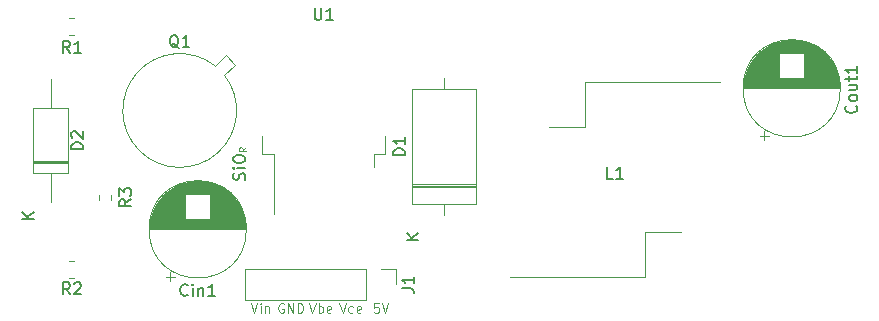
<source format=gbr>
%TF.GenerationSoftware,KiCad,Pcbnew,6.0.2+dfsg-1*%
%TF.CreationDate,2025-02-13T14:12:05+01:00*%
%TF.ProjectId,LM259610,4c4d3235-3936-4313-902e-6b696361645f,rev?*%
%TF.SameCoordinates,Original*%
%TF.FileFunction,Legend,Top*%
%TF.FilePolarity,Positive*%
%FSLAX46Y46*%
G04 Gerber Fmt 4.6, Leading zero omitted, Abs format (unit mm)*
G04 Created by KiCad (PCBNEW 6.0.2+dfsg-1) date 2025-02-13 14:12:05*
%MOMM*%
%LPD*%
G01*
G04 APERTURE LIST*
%ADD10C,0.100000*%
%ADD11C,0.150000*%
%ADD12C,0.120000*%
G04 APERTURE END LIST*
D10*
X149369428Y-116654285D02*
X149083714Y-116854285D01*
X149369428Y-116997142D02*
X148769428Y-116997142D01*
X148769428Y-116768571D01*
X148798000Y-116711428D01*
X148826571Y-116682857D01*
X148883714Y-116654285D01*
X148969428Y-116654285D01*
X149026571Y-116682857D01*
X149055142Y-116711428D01*
X149083714Y-116768571D01*
X149083714Y-116997142D01*
X160629619Y-129863904D02*
X160248666Y-129863904D01*
X160210571Y-130244857D01*
X160248666Y-130206761D01*
X160324857Y-130168666D01*
X160515333Y-130168666D01*
X160591523Y-130206761D01*
X160629619Y-130244857D01*
X160667714Y-130321047D01*
X160667714Y-130511523D01*
X160629619Y-130587714D01*
X160591523Y-130625809D01*
X160515333Y-130663904D01*
X160324857Y-130663904D01*
X160248666Y-130625809D01*
X160210571Y-130587714D01*
X160896285Y-129863904D02*
X161162952Y-130663904D01*
X161429619Y-129863904D01*
X157289619Y-129863904D02*
X157556285Y-130663904D01*
X157822952Y-129863904D01*
X158432476Y-130625809D02*
X158356285Y-130663904D01*
X158203904Y-130663904D01*
X158127714Y-130625809D01*
X158089619Y-130587714D01*
X158051523Y-130511523D01*
X158051523Y-130282952D01*
X158089619Y-130206761D01*
X158127714Y-130168666D01*
X158203904Y-130130571D01*
X158356285Y-130130571D01*
X158432476Y-130168666D01*
X159080095Y-130625809D02*
X159003904Y-130663904D01*
X158851523Y-130663904D01*
X158775333Y-130625809D01*
X158737238Y-130549619D01*
X158737238Y-130244857D01*
X158775333Y-130168666D01*
X158851523Y-130130571D01*
X159003904Y-130130571D01*
X159080095Y-130168666D01*
X159118190Y-130244857D01*
X159118190Y-130321047D01*
X158737238Y-130397238D01*
D11*
X149248761Y-119411619D02*
X149296380Y-119268761D01*
X149296380Y-119030666D01*
X149248761Y-118935428D01*
X149201142Y-118887809D01*
X149105904Y-118840190D01*
X149010666Y-118840190D01*
X148915428Y-118887809D01*
X148867809Y-118935428D01*
X148820190Y-119030666D01*
X148772571Y-119221142D01*
X148724952Y-119316380D01*
X148677333Y-119364000D01*
X148582095Y-119411619D01*
X148486857Y-119411619D01*
X148391619Y-119364000D01*
X148344000Y-119316380D01*
X148296380Y-119221142D01*
X148296380Y-118983047D01*
X148344000Y-118840190D01*
X149296380Y-118411619D02*
X148629714Y-118411619D01*
X148296380Y-118411619D02*
X148344000Y-118459238D01*
X148391619Y-118411619D01*
X148344000Y-118364000D01*
X148296380Y-118411619D01*
X148391619Y-118411619D01*
X148296380Y-117744952D02*
X148296380Y-117554476D01*
X148344000Y-117459238D01*
X148439238Y-117364000D01*
X148629714Y-117316380D01*
X148963047Y-117316380D01*
X149153523Y-117364000D01*
X149248761Y-117459238D01*
X149296380Y-117554476D01*
X149296380Y-117744952D01*
X149248761Y-117840190D01*
X149153523Y-117935428D01*
X148963047Y-117983047D01*
X148629714Y-117983047D01*
X148439238Y-117935428D01*
X148344000Y-117840190D01*
X148296380Y-117744952D01*
D10*
X149802952Y-129863904D02*
X150069619Y-130663904D01*
X150336285Y-129863904D01*
X150602952Y-130663904D02*
X150602952Y-130130571D01*
X150602952Y-129863904D02*
X150564857Y-129902000D01*
X150602952Y-129940095D01*
X150641047Y-129902000D01*
X150602952Y-129863904D01*
X150602952Y-129940095D01*
X150983904Y-130130571D02*
X150983904Y-130663904D01*
X150983904Y-130206761D02*
X151022000Y-130168666D01*
X151098190Y-130130571D01*
X151212476Y-130130571D01*
X151288666Y-130168666D01*
X151326761Y-130244857D01*
X151326761Y-130663904D01*
X154730571Y-129863904D02*
X154997238Y-130663904D01*
X155263904Y-129863904D01*
X155530571Y-130663904D02*
X155530571Y-129863904D01*
X155530571Y-130168666D02*
X155606761Y-130130571D01*
X155759142Y-130130571D01*
X155835333Y-130168666D01*
X155873428Y-130206761D01*
X155911523Y-130282952D01*
X155911523Y-130511523D01*
X155873428Y-130587714D01*
X155835333Y-130625809D01*
X155759142Y-130663904D01*
X155606761Y-130663904D01*
X155530571Y-130625809D01*
X156559142Y-130625809D02*
X156482952Y-130663904D01*
X156330571Y-130663904D01*
X156254380Y-130625809D01*
X156216285Y-130549619D01*
X156216285Y-130244857D01*
X156254380Y-130168666D01*
X156330571Y-130130571D01*
X156482952Y-130130571D01*
X156559142Y-130168666D01*
X156597238Y-130244857D01*
X156597238Y-130321047D01*
X156216285Y-130397238D01*
X152552476Y-129902000D02*
X152476285Y-129863904D01*
X152362000Y-129863904D01*
X152247714Y-129902000D01*
X152171523Y-129978190D01*
X152133428Y-130054380D01*
X152095333Y-130206761D01*
X152095333Y-130321047D01*
X152133428Y-130473428D01*
X152171523Y-130549619D01*
X152247714Y-130625809D01*
X152362000Y-130663904D01*
X152438190Y-130663904D01*
X152552476Y-130625809D01*
X152590571Y-130587714D01*
X152590571Y-130321047D01*
X152438190Y-130321047D01*
X152933428Y-130663904D02*
X152933428Y-129863904D01*
X153390571Y-130663904D01*
X153390571Y-129863904D01*
X153771523Y-130663904D02*
X153771523Y-129863904D01*
X153962000Y-129863904D01*
X154076285Y-129902000D01*
X154152476Y-129978190D01*
X154190571Y-130054380D01*
X154228666Y-130206761D01*
X154228666Y-130321047D01*
X154190571Y-130473428D01*
X154152476Y-130549619D01*
X154076285Y-130625809D01*
X153962000Y-130663904D01*
X153771523Y-130663904D01*
D11*
%TO.C,Q1*%
X143668761Y-108243619D02*
X143573523Y-108196000D01*
X143478285Y-108100761D01*
X143335428Y-107957904D01*
X143240190Y-107910285D01*
X143144952Y-107910285D01*
X143192571Y-108148380D02*
X143097333Y-108100761D01*
X143002095Y-108005523D01*
X142954476Y-107815047D01*
X142954476Y-107481714D01*
X143002095Y-107291238D01*
X143097333Y-107196000D01*
X143192571Y-107148380D01*
X143383047Y-107148380D01*
X143478285Y-107196000D01*
X143573523Y-107291238D01*
X143621142Y-107481714D01*
X143621142Y-107815047D01*
X143573523Y-108005523D01*
X143478285Y-108100761D01*
X143383047Y-108148380D01*
X143192571Y-108148380D01*
X144573523Y-108148380D02*
X144002095Y-108148380D01*
X144287809Y-108148380D02*
X144287809Y-107148380D01*
X144192571Y-107291238D01*
X144097333Y-107386476D01*
X144002095Y-107434095D01*
%TO.C,Cin1*%
X144430857Y-129135142D02*
X144383238Y-129182761D01*
X144240380Y-129230380D01*
X144145142Y-129230380D01*
X144002285Y-129182761D01*
X143907047Y-129087523D01*
X143859428Y-128992285D01*
X143811809Y-128801809D01*
X143811809Y-128658952D01*
X143859428Y-128468476D01*
X143907047Y-128373238D01*
X144002285Y-128278000D01*
X144145142Y-128230380D01*
X144240380Y-128230380D01*
X144383238Y-128278000D01*
X144430857Y-128325619D01*
X144859428Y-129230380D02*
X144859428Y-128563714D01*
X144859428Y-128230380D02*
X144811809Y-128278000D01*
X144859428Y-128325619D01*
X144907047Y-128278000D01*
X144859428Y-128230380D01*
X144859428Y-128325619D01*
X145335619Y-128563714D02*
X145335619Y-129230380D01*
X145335619Y-128658952D02*
X145383238Y-128611333D01*
X145478476Y-128563714D01*
X145621333Y-128563714D01*
X145716571Y-128611333D01*
X145764190Y-128706571D01*
X145764190Y-129230380D01*
X146764190Y-129230380D02*
X146192761Y-129230380D01*
X146478476Y-129230380D02*
X146478476Y-128230380D01*
X146383238Y-128373238D01*
X146288000Y-128468476D01*
X146192761Y-128516095D01*
%TO.C,Cout1*%
X201017142Y-113117142D02*
X201064761Y-113164761D01*
X201112380Y-113307619D01*
X201112380Y-113402857D01*
X201064761Y-113545714D01*
X200969523Y-113640952D01*
X200874285Y-113688571D01*
X200683809Y-113736190D01*
X200540952Y-113736190D01*
X200350476Y-113688571D01*
X200255238Y-113640952D01*
X200160000Y-113545714D01*
X200112380Y-113402857D01*
X200112380Y-113307619D01*
X200160000Y-113164761D01*
X200207619Y-113117142D01*
X201112380Y-112545714D02*
X201064761Y-112640952D01*
X201017142Y-112688571D01*
X200921904Y-112736190D01*
X200636190Y-112736190D01*
X200540952Y-112688571D01*
X200493333Y-112640952D01*
X200445714Y-112545714D01*
X200445714Y-112402857D01*
X200493333Y-112307619D01*
X200540952Y-112260000D01*
X200636190Y-112212380D01*
X200921904Y-112212380D01*
X201017142Y-112260000D01*
X201064761Y-112307619D01*
X201112380Y-112402857D01*
X201112380Y-112545714D01*
X200445714Y-111355238D02*
X201112380Y-111355238D01*
X200445714Y-111783809D02*
X200969523Y-111783809D01*
X201064761Y-111736190D01*
X201112380Y-111640952D01*
X201112380Y-111498095D01*
X201064761Y-111402857D01*
X201017142Y-111355238D01*
X200445714Y-111021904D02*
X200445714Y-110640952D01*
X200112380Y-110879047D02*
X200969523Y-110879047D01*
X201064761Y-110831428D01*
X201112380Y-110736190D01*
X201112380Y-110640952D01*
X201112380Y-109783809D02*
X201112380Y-110355238D01*
X201112380Y-110069523D02*
X200112380Y-110069523D01*
X200255238Y-110164761D01*
X200350476Y-110260000D01*
X200398095Y-110355238D01*
%TO.C,R1*%
X134453333Y-108656380D02*
X134120000Y-108180190D01*
X133881904Y-108656380D02*
X133881904Y-107656380D01*
X134262857Y-107656380D01*
X134358095Y-107704000D01*
X134405714Y-107751619D01*
X134453333Y-107846857D01*
X134453333Y-107989714D01*
X134405714Y-108084952D01*
X134358095Y-108132571D01*
X134262857Y-108180190D01*
X133881904Y-108180190D01*
X135405714Y-108656380D02*
X134834285Y-108656380D01*
X135120000Y-108656380D02*
X135120000Y-107656380D01*
X135024761Y-107799238D01*
X134929523Y-107894476D01*
X134834285Y-107942095D01*
%TO.C,D1*%
X162848380Y-117324095D02*
X161848380Y-117324095D01*
X161848380Y-117086000D01*
X161896000Y-116943142D01*
X161991238Y-116847904D01*
X162086476Y-116800285D01*
X162276952Y-116752666D01*
X162419809Y-116752666D01*
X162610285Y-116800285D01*
X162705523Y-116847904D01*
X162800761Y-116943142D01*
X162848380Y-117086000D01*
X162848380Y-117324095D01*
X162848380Y-115800285D02*
X162848380Y-116371714D01*
X162848380Y-116086000D02*
X161848380Y-116086000D01*
X161991238Y-116181238D01*
X162086476Y-116276476D01*
X162134095Y-116371714D01*
X163968380Y-124467904D02*
X162968380Y-124467904D01*
X163968380Y-123896476D02*
X163396952Y-124325047D01*
X162968380Y-123896476D02*
X163539809Y-124467904D01*
%TO.C,D2*%
X135580380Y-116816095D02*
X134580380Y-116816095D01*
X134580380Y-116578000D01*
X134628000Y-116435142D01*
X134723238Y-116339904D01*
X134818476Y-116292285D01*
X135008952Y-116244666D01*
X135151809Y-116244666D01*
X135342285Y-116292285D01*
X135437523Y-116339904D01*
X135532761Y-116435142D01*
X135580380Y-116578000D01*
X135580380Y-116816095D01*
X134675619Y-115863714D02*
X134628000Y-115816095D01*
X134580380Y-115720857D01*
X134580380Y-115482761D01*
X134628000Y-115387523D01*
X134675619Y-115339904D01*
X134770857Y-115292285D01*
X134866095Y-115292285D01*
X135008952Y-115339904D01*
X135580380Y-115911333D01*
X135580380Y-115292285D01*
X131394380Y-122689904D02*
X130394380Y-122689904D01*
X131394380Y-122118476D02*
X130822952Y-122547047D01*
X130394380Y-122118476D02*
X130965809Y-122689904D01*
%TO.C,L1*%
X180427333Y-119332380D02*
X179951142Y-119332380D01*
X179951142Y-118332380D01*
X181284476Y-119332380D02*
X180713047Y-119332380D01*
X180998761Y-119332380D02*
X180998761Y-118332380D01*
X180903523Y-118475238D01*
X180808285Y-118570476D01*
X180713047Y-118618095D01*
%TO.C,R2*%
X134453333Y-129102380D02*
X134120000Y-128626190D01*
X133881904Y-129102380D02*
X133881904Y-128102380D01*
X134262857Y-128102380D01*
X134358095Y-128150000D01*
X134405714Y-128197619D01*
X134453333Y-128292857D01*
X134453333Y-128435714D01*
X134405714Y-128530952D01*
X134358095Y-128578571D01*
X134262857Y-128626190D01*
X133881904Y-128626190D01*
X134834285Y-128197619D02*
X134881904Y-128150000D01*
X134977142Y-128102380D01*
X135215238Y-128102380D01*
X135310476Y-128150000D01*
X135358095Y-128197619D01*
X135405714Y-128292857D01*
X135405714Y-128388095D01*
X135358095Y-128530952D01*
X134786666Y-129102380D01*
X135405714Y-129102380D01*
%TO.C,J1*%
X162559380Y-128603333D02*
X163273666Y-128603333D01*
X163416523Y-128650952D01*
X163511761Y-128746190D01*
X163559380Y-128889047D01*
X163559380Y-128984285D01*
X163559380Y-127603333D02*
X163559380Y-128174761D01*
X163559380Y-127889047D02*
X162559380Y-127889047D01*
X162702238Y-127984285D01*
X162797476Y-128079523D01*
X162845095Y-128174761D01*
%TO.C,U1*%
X155175095Y-104871380D02*
X155175095Y-105680904D01*
X155222714Y-105776142D01*
X155270333Y-105823761D01*
X155365571Y-105871380D01*
X155556047Y-105871380D01*
X155651285Y-105823761D01*
X155698904Y-105776142D01*
X155746523Y-105680904D01*
X155746523Y-104871380D01*
X156746523Y-105871380D02*
X156175095Y-105871380D01*
X156460809Y-105871380D02*
X156460809Y-104871380D01*
X156365571Y-105014238D01*
X156270333Y-105109476D01*
X156175095Y-105157095D01*
%TO.C,R3*%
X139644380Y-121070666D02*
X139168190Y-121404000D01*
X139644380Y-121642095D02*
X138644380Y-121642095D01*
X138644380Y-121261142D01*
X138692000Y-121165904D01*
X138739619Y-121118285D01*
X138834857Y-121070666D01*
X138977714Y-121070666D01*
X139072952Y-121118285D01*
X139120571Y-121165904D01*
X139168190Y-121261142D01*
X139168190Y-121642095D01*
X138644380Y-120737333D02*
X138644380Y-120118285D01*
X139025333Y-120451619D01*
X139025333Y-120308761D01*
X139072952Y-120213523D01*
X139120571Y-120165904D01*
X139215809Y-120118285D01*
X139453904Y-120118285D01*
X139549142Y-120165904D01*
X139596761Y-120213523D01*
X139644380Y-120308761D01*
X139644380Y-120594476D01*
X139596761Y-120689714D01*
X139549142Y-120737333D01*
D12*
%TO.C,Q1*%
X148429856Y-109649961D02*
X147652039Y-108872144D01*
X147652039Y-108872144D02*
X146761084Y-109763098D01*
X147538902Y-110540916D02*
X148429856Y-109649961D01*
X146761371Y-109763326D02*
G75*
G03*
X147538902Y-110540916I-2997371J-3774674D01*
G01*
%TO.C,Cin1*%
X144520000Y-119559651D02*
X146056000Y-119559651D01*
X141258000Y-122960651D02*
X149318000Y-122960651D01*
X141498000Y-122079651D02*
X144248000Y-122079651D01*
X143122000Y-120119651D02*
X147454000Y-120119651D01*
X141278000Y-122839651D02*
X149298000Y-122839651D01*
X142573000Y-127610349D02*
X143373000Y-127610349D01*
X141217000Y-123320651D02*
X149359000Y-123320651D01*
X146328000Y-122439651D02*
X149202000Y-122439651D01*
X146328000Y-121479651D02*
X148781000Y-121479651D01*
X143398000Y-119959651D02*
X147178000Y-119959651D01*
X141438000Y-122239651D02*
X144248000Y-122239651D01*
X141950000Y-121239651D02*
X144248000Y-121239651D01*
X141212000Y-123400651D02*
X149364000Y-123400651D01*
X146328000Y-120999651D02*
X148444000Y-120999651D01*
X141240000Y-123080651D02*
X149336000Y-123080651D01*
X146328000Y-120679651D02*
X148155000Y-120679651D01*
X146328000Y-121959651D02*
X149028000Y-121959651D01*
X142008000Y-121159651D02*
X144248000Y-121159651D01*
X146328000Y-120839651D02*
X148307000Y-120839651D01*
X146328000Y-121239651D02*
X148626000Y-121239651D01*
X142421000Y-120679651D02*
X144248000Y-120679651D01*
X142888000Y-120279651D02*
X147688000Y-120279651D01*
X141303000Y-122719651D02*
X144248000Y-122719651D01*
X141467000Y-122159651D02*
X144248000Y-122159651D01*
X141331000Y-122599651D02*
X144248000Y-122599651D01*
X141870000Y-121359651D02*
X144248000Y-121359651D01*
X141264000Y-122920651D02*
X149312000Y-122920651D01*
X146328000Y-121439651D02*
X148757000Y-121439651D01*
X146328000Y-120879651D02*
X148343000Y-120879651D01*
X146328000Y-120959651D02*
X148412000Y-120959651D01*
X146328000Y-122559651D02*
X149235000Y-122559651D01*
X141209000Y-123480651D02*
X149367000Y-123480651D01*
X146328000Y-120759651D02*
X148233000Y-120759651D01*
X141453000Y-122199651D02*
X144248000Y-122199651D01*
X143835000Y-119759651D02*
X146741000Y-119759651D01*
X146328000Y-121039651D02*
X148477000Y-121039651D01*
X146328000Y-120799651D02*
X148271000Y-120799651D01*
X146328000Y-121759651D02*
X148935000Y-121759651D01*
X146328000Y-122239651D02*
X149138000Y-122239651D01*
X141374000Y-122439651D02*
X144248000Y-122439651D01*
X141399000Y-122359651D02*
X144248000Y-122359651D01*
X143557000Y-119879651D02*
X147019000Y-119879651D01*
X141896000Y-121319651D02*
X144248000Y-121319651D01*
X146328000Y-122319651D02*
X149165000Y-122319651D01*
X143643000Y-119839651D02*
X146933000Y-119839651D01*
X142305000Y-120799651D02*
X144248000Y-120799651D01*
X141363000Y-122479651D02*
X144248000Y-122479651D01*
X146328000Y-122119651D02*
X149093000Y-122119651D01*
X144059000Y-119679651D02*
X146517000Y-119679651D01*
X141211000Y-123440651D02*
X149365000Y-123440651D01*
X146328000Y-122519651D02*
X149224000Y-122519651D01*
X142591000Y-120519651D02*
X147985000Y-120519651D01*
X146328000Y-121199651D02*
X148597000Y-121199651D01*
X141208000Y-123600651D02*
X149368000Y-123600651D01*
X146328000Y-122199651D02*
X149123000Y-122199651D01*
X142164000Y-120959651D02*
X144248000Y-120959651D01*
X141286000Y-122799651D02*
X149290000Y-122799651D01*
X146328000Y-121319651D02*
X148680000Y-121319651D01*
X141231000Y-123160651D02*
X149345000Y-123160651D01*
X142038000Y-121119651D02*
X144248000Y-121119651D01*
X146328000Y-121879651D02*
X148992000Y-121879651D01*
X142547000Y-120559651D02*
X148029000Y-120559651D01*
X141271000Y-122879651D02*
X149305000Y-122879651D01*
X144340000Y-119599651D02*
X146236000Y-119599651D01*
X146328000Y-122159651D02*
X149109000Y-122159651D01*
X142637000Y-120479651D02*
X147939000Y-120479651D01*
X146328000Y-121599651D02*
X148850000Y-121599651D01*
X141584000Y-121879651D02*
X144248000Y-121879651D01*
X141548000Y-121959651D02*
X144248000Y-121959651D01*
X141341000Y-122559651D02*
X144248000Y-122559651D01*
X146328000Y-121839651D02*
X148974000Y-121839651D01*
X141602000Y-121839651D02*
X144248000Y-121839651D01*
X146328000Y-121399651D02*
X148732000Y-121399651D01*
X146328000Y-121639651D02*
X148872000Y-121639651D01*
X141227000Y-123200651D02*
X149349000Y-123200651D01*
X143324000Y-119999651D02*
X147252000Y-119999651D01*
X142732000Y-120399651D02*
X147844000Y-120399651D01*
X141771000Y-121519651D02*
X144248000Y-121519651D01*
X146328000Y-122079651D02*
X149078000Y-122079651D01*
X146328000Y-121359651D02*
X148706000Y-121359651D01*
X141411000Y-122319651D02*
X144248000Y-122319651D01*
X141748000Y-121559651D02*
X144248000Y-121559651D01*
X142269000Y-120839651D02*
X144248000Y-120839651D01*
X141214000Y-123360651D02*
X149362000Y-123360651D01*
X141236000Y-123120651D02*
X149340000Y-123120651D01*
X141321000Y-122639651D02*
X144248000Y-122639651D01*
X142233000Y-120879651D02*
X144248000Y-120879651D01*
X141979000Y-121199651D02*
X144248000Y-121199651D01*
X142834000Y-120319651D02*
X147742000Y-120319651D01*
X146328000Y-122359651D02*
X149177000Y-122359651D01*
X142198000Y-120919651D02*
X144248000Y-120919651D01*
X146328000Y-122599651D02*
X149245000Y-122599651D01*
X141726000Y-121599651D02*
X144248000Y-121599651D01*
X146328000Y-122679651D02*
X149264000Y-122679651D01*
X146328000Y-120719651D02*
X148195000Y-120719651D01*
X141566000Y-121919651D02*
X144248000Y-121919651D01*
X142068000Y-121079651D02*
X144248000Y-121079651D01*
X146328000Y-122399651D02*
X149190000Y-122399651D01*
X143254000Y-120039651D02*
X147322000Y-120039651D01*
X143475000Y-119919651D02*
X147101000Y-119919651D01*
X143736000Y-119799651D02*
X146840000Y-119799651D01*
X141246000Y-123040651D02*
X149330000Y-123040651D01*
X141208000Y-123560651D02*
X149368000Y-123560651D01*
X143001000Y-120199651D02*
X147575000Y-120199651D01*
X141312000Y-122679651D02*
X144248000Y-122679651D01*
X141220000Y-123280651D02*
X149356000Y-123280651D01*
X141622000Y-121799651D02*
X144248000Y-121799651D01*
X146328000Y-122039651D02*
X149062000Y-122039651D01*
X146328000Y-121799651D02*
X148954000Y-121799651D01*
X141531000Y-121999651D02*
X144248000Y-121999651D01*
X141386000Y-122399651D02*
X144248000Y-122399651D01*
X146328000Y-121679651D02*
X148894000Y-121679651D01*
X142343000Y-120759651D02*
X144248000Y-120759651D01*
X142381000Y-120719651D02*
X144248000Y-120719651D01*
X141819000Y-121439651D02*
X144248000Y-121439651D01*
X141223000Y-123240651D02*
X149353000Y-123240651D01*
X141251000Y-123000651D02*
X149325000Y-123000651D01*
X142783000Y-120359651D02*
X147793000Y-120359651D01*
X146328000Y-121159651D02*
X148568000Y-121159651D01*
X141661000Y-121719651D02*
X144248000Y-121719651D01*
X143942000Y-119719651D02*
X146634000Y-119719651D01*
X141641000Y-121759651D02*
X144248000Y-121759651D01*
X146328000Y-122279651D02*
X149151000Y-122279651D01*
X141923000Y-121279651D02*
X144248000Y-121279651D01*
X141352000Y-122519651D02*
X144248000Y-122519651D01*
X142504000Y-120599651D02*
X148072000Y-120599651D01*
X141294000Y-122759651D02*
X149282000Y-122759651D01*
X142132000Y-120999651D02*
X144248000Y-120999651D01*
X146328000Y-122639651D02*
X149255000Y-122639651D01*
X146328000Y-121119651D02*
X148538000Y-121119651D01*
X142973000Y-128010349D02*
X142973000Y-127210349D01*
X144190000Y-119639651D02*
X146386000Y-119639651D01*
X144755000Y-119519651D02*
X145821000Y-119519651D01*
X146328000Y-121519651D02*
X148805000Y-121519651D01*
X146328000Y-121279651D02*
X148653000Y-121279651D01*
X146328000Y-120919651D02*
X148378000Y-120919651D01*
X141682000Y-121679651D02*
X144248000Y-121679651D01*
X146328000Y-121999651D02*
X149045000Y-121999651D01*
X146328000Y-122719651D02*
X149273000Y-122719651D01*
X141704000Y-121639651D02*
X144248000Y-121639651D01*
X141795000Y-121479651D02*
X144248000Y-121479651D01*
X143186000Y-120079651D02*
X147390000Y-120079651D01*
X141483000Y-122119651D02*
X144248000Y-122119651D01*
X141514000Y-122039651D02*
X144248000Y-122039651D01*
X146328000Y-121079651D02*
X148508000Y-121079651D01*
X141844000Y-121399651D02*
X144248000Y-121399651D01*
X141208000Y-123520651D02*
X149368000Y-123520651D01*
X146328000Y-121559651D02*
X148828000Y-121559651D01*
X142462000Y-120639651D02*
X148114000Y-120639651D01*
X146328000Y-122479651D02*
X149213000Y-122479651D01*
X143060000Y-120159651D02*
X147516000Y-120159651D01*
X146328000Y-121719651D02*
X148915000Y-121719651D01*
X142099000Y-121039651D02*
X144248000Y-121039651D01*
X142943000Y-120239651D02*
X147633000Y-120239651D01*
X142684000Y-120439651D02*
X147892000Y-120439651D01*
X146328000Y-121919651D02*
X149010000Y-121919651D01*
X141425000Y-122279651D02*
X144248000Y-122279651D01*
X149408000Y-123600651D02*
G75*
G03*
X149408000Y-123600651I-4120000J0D01*
G01*
%TO.C,Cout1*%
X196620000Y-109421651D02*
X198998000Y-109421651D01*
X193767000Y-107981651D02*
X197393000Y-107981651D01*
X196620000Y-109821651D02*
X199227000Y-109821651D01*
X196620000Y-110061651D02*
X199337000Y-110061651D01*
X191823000Y-110061651D02*
X194540000Y-110061651D01*
X192865000Y-115672349D02*
X193665000Y-115672349D01*
X191500000Y-111622651D02*
X199660000Y-111622651D01*
X191806000Y-110101651D02*
X194540000Y-110101651D01*
X192796000Y-108661651D02*
X198364000Y-108661651D01*
X191678000Y-110461651D02*
X194540000Y-110461651D01*
X192456000Y-109021651D02*
X194540000Y-109021651D01*
X196620000Y-110141651D02*
X199370000Y-110141651D01*
X191550000Y-111022651D02*
X199610000Y-111022651D01*
X196620000Y-109181651D02*
X198830000Y-109181651D01*
X191556000Y-110982651D02*
X199604000Y-110982651D01*
X196620000Y-108741651D02*
X198447000Y-108741651D01*
X194351000Y-107741651D02*
X196809000Y-107741651D01*
X193024000Y-108461651D02*
X198136000Y-108461651D01*
X191506000Y-111422651D02*
X199654000Y-111422651D01*
X193352000Y-108221651D02*
X197808000Y-108221651D01*
X196620000Y-109461651D02*
X199024000Y-109461651D01*
X192330000Y-109181651D02*
X194540000Y-109181651D01*
X192839000Y-108621651D02*
X198321000Y-108621651D01*
X192018000Y-109661651D02*
X194540000Y-109661651D01*
X191519000Y-111262651D02*
X199641000Y-111262651D01*
X193690000Y-108021651D02*
X197470000Y-108021651D01*
X196620000Y-109381651D02*
X198972000Y-109381651D01*
X191604000Y-110741651D02*
X194540000Y-110741651D01*
X192215000Y-109341651D02*
X194540000Y-109341651D01*
X193546000Y-108101651D02*
X197614000Y-108101651D01*
X192188000Y-109381651D02*
X194540000Y-109381651D01*
X192424000Y-109061651D02*
X194540000Y-109061651D01*
X191914000Y-109861651D02*
X194540000Y-109861651D01*
X191666000Y-110501651D02*
X194540000Y-110501651D01*
X196620000Y-110661651D02*
X199537000Y-110661651D01*
X196620000Y-109541651D02*
X199073000Y-109541651D01*
X194482000Y-107701651D02*
X196678000Y-107701651D01*
X196620000Y-108781651D02*
X198487000Y-108781651D01*
X196620000Y-108821651D02*
X198525000Y-108821651D01*
X191543000Y-111062651D02*
X199617000Y-111062651D01*
X196620000Y-109701651D02*
X199164000Y-109701651D01*
X191840000Y-110021651D02*
X194540000Y-110021651D01*
X192391000Y-109101651D02*
X194540000Y-109101651D01*
X192111000Y-109501651D02*
X194540000Y-109501651D01*
X196620000Y-110101651D02*
X199354000Y-110101651D01*
X193180000Y-108341651D02*
X197980000Y-108341651D01*
X193935000Y-107901651D02*
X197225000Y-107901651D01*
X196620000Y-110701651D02*
X199547000Y-110701651D01*
X196620000Y-109981651D02*
X199302000Y-109981651D01*
X192713000Y-108741651D02*
X194540000Y-108741651D01*
X196620000Y-110741651D02*
X199556000Y-110741651D01*
X192976000Y-108501651D02*
X198184000Y-108501651D01*
X192597000Y-108861651D02*
X194540000Y-108861651D01*
X192490000Y-108981651D02*
X194540000Y-108981651D01*
X193414000Y-108181651D02*
X197746000Y-108181651D01*
X192162000Y-109421651D02*
X194540000Y-109421651D01*
X191503000Y-111502651D02*
X199657000Y-111502651D01*
X191703000Y-110381651D02*
X194540000Y-110381651D01*
X191655000Y-110541651D02*
X194540000Y-110541651D01*
X191586000Y-110821651D02*
X199574000Y-110821651D01*
X192754000Y-108701651D02*
X198406000Y-108701651D01*
X196620000Y-109261651D02*
X198889000Y-109261651D01*
X191501000Y-111542651D02*
X199659000Y-111542651D01*
X191775000Y-110181651D02*
X194540000Y-110181651D01*
X196620000Y-110221651D02*
X199401000Y-110221651D01*
X192271000Y-109261651D02*
X194540000Y-109261651D01*
X195047000Y-107581651D02*
X196113000Y-107581651D01*
X193126000Y-108381651D02*
X198034000Y-108381651D01*
X196620000Y-109621651D02*
X199120000Y-109621651D01*
X196620000Y-108981651D02*
X198670000Y-108981651D01*
X194234000Y-107781651D02*
X196926000Y-107781651D01*
X191623000Y-110661651D02*
X194540000Y-110661651D01*
X196620000Y-109941651D02*
X199284000Y-109941651D01*
X191504000Y-111462651D02*
X199656000Y-111462651D01*
X196620000Y-109861651D02*
X199246000Y-109861651D01*
X196620000Y-110381651D02*
X199457000Y-110381651D01*
X191933000Y-109821651D02*
X194540000Y-109821651D01*
X192673000Y-108781651D02*
X194540000Y-108781651D01*
X191974000Y-109741651D02*
X194540000Y-109741651D01*
X192635000Y-108821651D02*
X194540000Y-108821651D01*
X194812000Y-107621651D02*
X196348000Y-107621651D01*
X196620000Y-110421651D02*
X199469000Y-110421651D01*
X196620000Y-110781651D02*
X199565000Y-110781651D01*
X191595000Y-110781651D02*
X194540000Y-110781651D01*
X196620000Y-110341651D02*
X199443000Y-110341651D01*
X192929000Y-108541651D02*
X198231000Y-108541651D01*
X193075000Y-108421651D02*
X198085000Y-108421651D01*
X191730000Y-110301651D02*
X194540000Y-110301651D01*
X196620000Y-109141651D02*
X198800000Y-109141651D01*
X196620000Y-110021651D02*
X199320000Y-110021651D01*
X196620000Y-110541651D02*
X199505000Y-110541651D01*
X196620000Y-109661651D02*
X199142000Y-109661651D01*
X191578000Y-110861651D02*
X199582000Y-110861651D01*
X192087000Y-109541651D02*
X194540000Y-109541651D01*
X191691000Y-110421651D02*
X194540000Y-110421651D01*
X191717000Y-110341651D02*
X194540000Y-110341651D01*
X192300000Y-109221651D02*
X194540000Y-109221651D01*
X191644000Y-110581651D02*
X194540000Y-110581651D01*
X191563000Y-110941651D02*
X199597000Y-110941651D01*
X196620000Y-109741651D02*
X199186000Y-109741651D01*
X191759000Y-110221651D02*
X194540000Y-110221651D01*
X194028000Y-107861651D02*
X197132000Y-107861651D01*
X192525000Y-108941651D02*
X194540000Y-108941651D01*
X193616000Y-108061651D02*
X197544000Y-108061651D01*
X191570000Y-110901651D02*
X199590000Y-110901651D01*
X191532000Y-111142651D02*
X199628000Y-111142651D01*
X193293000Y-108261651D02*
X197867000Y-108261651D01*
X196620000Y-109221651D02*
X198860000Y-109221651D01*
X191528000Y-111182651D02*
X199632000Y-111182651D01*
X191790000Y-110141651D02*
X194540000Y-110141651D01*
X191996000Y-109701651D02*
X194540000Y-109701651D01*
X191613000Y-110701651D02*
X194540000Y-110701651D01*
X193478000Y-108141651D02*
X197682000Y-108141651D01*
X196620000Y-110581651D02*
X199516000Y-110581651D01*
X192136000Y-109461651D02*
X194540000Y-109461651D01*
X196620000Y-109901651D02*
X199266000Y-109901651D01*
X191512000Y-111342651D02*
X199648000Y-111342651D01*
X196620000Y-110181651D02*
X199385000Y-110181651D01*
X194127000Y-107821651D02*
X197033000Y-107821651D01*
X196620000Y-110461651D02*
X199482000Y-110461651D01*
X196620000Y-108941651D02*
X198635000Y-108941651D01*
X191876000Y-109941651D02*
X194540000Y-109941651D01*
X191953000Y-109781651D02*
X194540000Y-109781651D01*
X196620000Y-110501651D02*
X199494000Y-110501651D01*
X196620000Y-110261651D02*
X199415000Y-110261651D01*
X196620000Y-110301651D02*
X199430000Y-110301651D01*
X193235000Y-108301651D02*
X197925000Y-108301651D01*
X191515000Y-111302651D02*
X199645000Y-111302651D01*
X196620000Y-109061651D02*
X198736000Y-109061651D01*
X196620000Y-109781651D02*
X199207000Y-109781651D01*
X191509000Y-111382651D02*
X199651000Y-111382651D01*
X196620000Y-108861651D02*
X198563000Y-108861651D01*
X196620000Y-109101651D02*
X198769000Y-109101651D01*
X196620000Y-109301651D02*
X198918000Y-109301651D01*
X196620000Y-109021651D02*
X198704000Y-109021651D01*
X196620000Y-108901651D02*
X198599000Y-108901651D01*
X192040000Y-109621651D02*
X194540000Y-109621651D01*
X192360000Y-109141651D02*
X194540000Y-109141651D01*
X191894000Y-109901651D02*
X194540000Y-109901651D01*
X191745000Y-110261651D02*
X194540000Y-110261651D01*
X191633000Y-110621651D02*
X194540000Y-110621651D01*
X191538000Y-111102651D02*
X199622000Y-111102651D01*
X193265000Y-116072349D02*
X193265000Y-115272349D01*
X192063000Y-109581651D02*
X194540000Y-109581651D01*
X196620000Y-109341651D02*
X198945000Y-109341651D01*
X193849000Y-107941651D02*
X197311000Y-107941651D01*
X191858000Y-109981651D02*
X194540000Y-109981651D01*
X191500000Y-111582651D02*
X199660000Y-111582651D01*
X196620000Y-109581651D02*
X199097000Y-109581651D01*
X191523000Y-111222651D02*
X199637000Y-111222651D01*
X196620000Y-110621651D02*
X199527000Y-110621651D01*
X191500000Y-111662651D02*
X199660000Y-111662651D01*
X196620000Y-109501651D02*
X199049000Y-109501651D01*
X192883000Y-108581651D02*
X198277000Y-108581651D01*
X194632000Y-107661651D02*
X196528000Y-107661651D01*
X192242000Y-109301651D02*
X194540000Y-109301651D01*
X192561000Y-108901651D02*
X194540000Y-108901651D01*
X199700000Y-111662651D02*
G75*
G03*
X199700000Y-111662651I-4120000J0D01*
G01*
%TO.C,R1*%
X134392936Y-105691000D02*
X134847064Y-105691000D01*
X134392936Y-107161000D02*
X134847064Y-107161000D01*
%TO.C,D1*%
X163396000Y-121456000D02*
X168836000Y-121456000D01*
X166116000Y-122366000D02*
X166116000Y-121456000D01*
X163396000Y-119791000D02*
X168836000Y-119791000D01*
X163396000Y-119911000D02*
X168836000Y-119911000D01*
X166116000Y-110806000D02*
X166116000Y-111716000D01*
X163396000Y-111716000D02*
X163396000Y-121456000D01*
X168836000Y-111716000D02*
X163396000Y-111716000D01*
X168836000Y-121456000D02*
X168836000Y-111716000D01*
X163396000Y-120031000D02*
X168836000Y-120031000D01*
%TO.C,D2*%
X131372000Y-118018000D02*
X134312000Y-118018000D01*
X132842000Y-110868000D02*
X132842000Y-113358000D01*
X131372000Y-117778000D02*
X134312000Y-117778000D01*
X134312000Y-118798000D02*
X134312000Y-113358000D01*
X134312000Y-113358000D02*
X131372000Y-113358000D01*
X131372000Y-113358000D02*
X131372000Y-118798000D01*
X131372000Y-118798000D02*
X134312000Y-118798000D01*
X132842000Y-121288000D02*
X132842000Y-118798000D01*
X131372000Y-117898000D02*
X134312000Y-117898000D01*
%TO.C,L1*%
X178054000Y-111125000D02*
X189484000Y-111125000D01*
X178054000Y-111125000D02*
X178054000Y-114935000D01*
X183134000Y-123825000D02*
X186182000Y-123825000D01*
X183134000Y-123825000D02*
X183134000Y-127635000D01*
X178054000Y-114935000D02*
X175006000Y-114935000D01*
X183134000Y-127635000D02*
X171704000Y-127635000D01*
%TO.C,R2*%
X134847064Y-127735000D02*
X134392936Y-127735000D01*
X134847064Y-126265000D02*
X134392936Y-126265000D01*
%TO.C,J1*%
X159507000Y-126940000D02*
X159507000Y-129600000D01*
X160777000Y-126940000D02*
X162107000Y-126940000D01*
X159507000Y-129600000D02*
X149287000Y-129600000D01*
X162107000Y-126940000D02*
X162107000Y-128270000D01*
X149287000Y-126940000D02*
X149287000Y-129600000D01*
X159507000Y-126940000D02*
X149287000Y-126940000D01*
%TO.C,U1*%
X150756000Y-117193000D02*
X151706000Y-117193000D01*
X161156000Y-115693000D02*
X161156000Y-117193000D01*
X161156000Y-117193000D02*
X160206000Y-117193000D01*
X160206000Y-117193000D02*
X160206000Y-118293000D01*
X150756000Y-115693000D02*
X150756000Y-117193000D01*
X151706000Y-117193000D02*
X151706000Y-122318000D01*
%TO.C,R3*%
X137936500Y-121141258D02*
X137936500Y-120666742D01*
X136891500Y-121141258D02*
X136891500Y-120666742D01*
%TD*%
M02*

</source>
